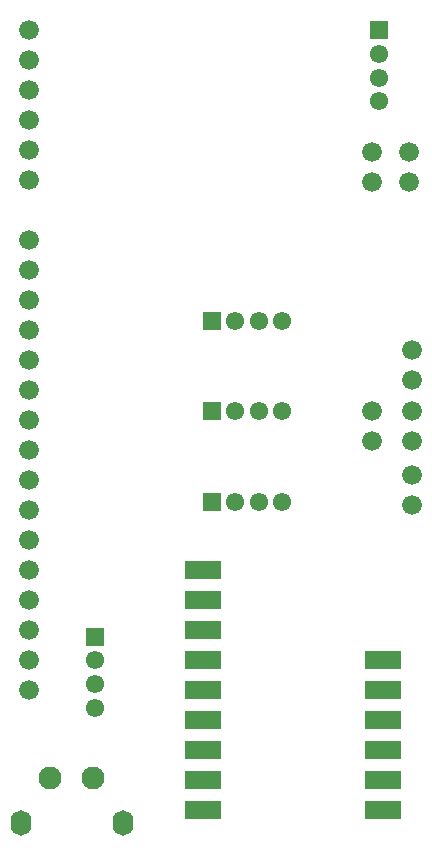
<source format=gbr>
G04 DesignSpark PCB Gerber Version 12.0 Build 5942*
%FSLAX35Y35*%
%MOMM*%
%ADD75O,1.75240X2.15240*%
%ADD24R,1.55240X1.57240*%
%ADD25C,1.55240*%
%ADD27C,1.67640*%
%ADD74C,1.95240*%
%ADD26R,3.15240X1.50240*%
%ADD73R,1.57240X1.55240*%
X0Y0D02*
D02*
D24*
X2250240Y3365240D03*
Y4130240D03*
Y4895240D03*
D02*
D25*
X1260240Y1620240D03*
Y1820240D03*
Y2020240D03*
X2450240Y3365240D03*
Y4130240D03*
Y4895240D03*
X2650240Y3365240D03*
Y4130240D03*
Y4895240D03*
X2850240Y3365240D03*
Y4130240D03*
Y4895240D03*
X3670240Y6755240D03*
Y6955240D03*
Y7155240D03*
D02*
D26*
X2175240Y758240D03*
Y1012240D03*
Y1266240D03*
Y1520240D03*
Y1774240D03*
Y2028240D03*
Y2282240D03*
Y2536240D03*
Y2790240D03*
X3699240Y758240D03*
Y1012240D03*
Y1266240D03*
Y1520240D03*
Y1774240D03*
Y2028240D03*
D02*
D27*
X700240Y1770240D03*
Y2024240D03*
Y2278240D03*
Y2532240D03*
Y2786240D03*
Y3040240D03*
Y3294240D03*
Y3548240D03*
Y3802240D03*
Y4056240D03*
Y4310240D03*
Y4564240D03*
Y4818240D03*
Y5072240D03*
Y5326240D03*
Y5580240D03*
Y6088240D03*
Y6342240D03*
Y6596240D03*
Y6850240D03*
Y7104240D03*
Y7358240D03*
X3605240Y3875240D03*
Y4129240D03*
Y6075240D03*
Y6329240D03*
X3920240Y6071240D03*
Y6325240D03*
X3945240Y3340240D03*
Y3594240D03*
Y3875240D03*
Y4129240D03*
Y4395240D03*
Y4649240D03*
D02*
D73*
X1260240Y2220240D03*
X3670240Y7355240D03*
D02*
D74*
X885240Y1025240D03*
X1245240D03*
D02*
D75*
X633240Y645240D03*
X1497240D03*
X0Y0D02*
M02*

</source>
